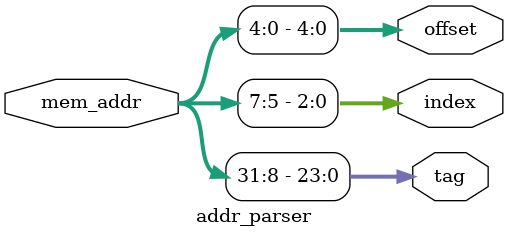
<source format=sv>
module addr_parser #(parameter width = 3)
(
	input [31:0] mem_addr,
	output logic [26-width:0] tag,
	output logic [width-1:0] index,
	output logic [4:0] offset
);
assign tag = mem_addr[31:5+width];
assign index = mem_addr[4+width:5];
assign offset = mem_addr[4:0];

endmodule: addr_parser
</source>
